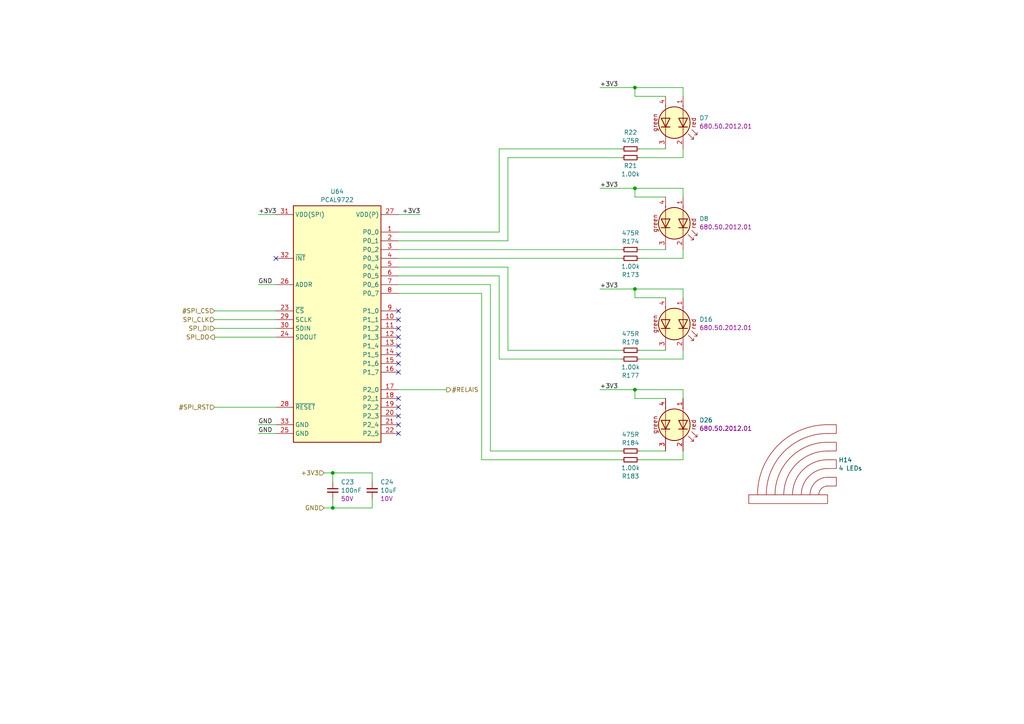
<source format=kicad_sch>
(kicad_sch (version 20231120) (generator "eeschema") (generator_version "8.0")
  (paper "A4")
  (title_block (title "CQ2") (date "2024-08-03") (rev "0") (comment 1 "SPI based GPIO Extension") (comment 2 "Manfred Schmitz") (comment 3 "tbd") (comment 4 "2024-07-03") (comment 5 "tbd") (comment 6 "A"))
  (lib_symbols
    (symbol "ci4rail-database:capacitors/86" (pin_numbers hide) (pin_names (offset 0.254) hide)
      (property "Reference" "C" (at 0.254 1.778 0))
      (property "Value" "100nF" (at 0.254 -2.032 0))
      (property "Value2" "50V" (at 0 0 0))
      (symbol "capacitors/86_0_1"
        (polyline (pts (xy -1.524 -0.508) (xy 1.524 -0.508)) (stroke (width 0.3302)))
        (polyline (pts (xy -1.524 0.508) (xy 1.524 0.508)) (stroke (width 0.3048)))
      )
      (symbol "capacitors/86_1_1"
        (pin passive line (at 0 2.54 270) (length 2.032) (name "~") (number "1"))
        (pin passive line (at 0 -2.54 90) (length 2.032) (name "~") (number "2"))
      )
    )
    (symbol "ci4rail-database:capacitors/93" (pin_numbers hide) (pin_names (offset 0.254) hide)
      (property "Reference" "C" (at 0.254 1.778 0))
      (property "Value" "10uF" (at 0.254 -2.032 0))
      (property "Value2" "10V" (at 0 0 0))
      (symbol "capacitors/93_0_1"
        (polyline (pts (xy -1.524 -0.508) (xy 1.524 -0.508)) (stroke (width 0.3302)))
        (polyline (pts (xy -1.524 0.508) (xy 1.524 0.508)) (stroke (width 0.3048)))
      )
      (symbol "capacitors/93_1_1"
        (pin passive line (at 0 2.54 270) (length 2.032) (name "~") (number "1"))
        (pin passive line (at 0 -2.54 90) (length 2.032) (name "~") (number "2"))
      )
    )
    (symbol "ci4rail-database:integrated/132"
      (property "Reference" "U9" (at 0 38.4345 0))
      (property "Value" "PCAL9722" (at 0 36.0102 0))
      (symbol "integrated/132_1_1"
        (rectangle (start -12.7 34.29) (end 12.7 -34.29) (stroke (width 0.254)) (fill (type background)))
        (pin passive line (at 17.78 26.67 180) (length 5.08) (name "P0_0") (number "1"))
        (pin passive line (at 17.78 1.27 180) (length 5.08) (name "P1_1") (number "10"))
        (pin passive line (at 17.78 -1.27 180) (length 5.08) (name "P1_2") (number "11"))
        (pin passive line (at 17.78 -3.81 180) (length 5.08) (name "P1_3") (number "12"))
        (pin passive line (at 17.78 -6.35 180) (length 5.08) (name "P1_4") (number "13"))
        (pin passive line (at 17.78 -8.89 180) (length 5.08) (name "P1_5") (number "14"))
        (pin passive line (at 17.78 -11.43 180) (length 5.08) (name "P1_6") (number "15"))
        (pin passive line (at 17.78 -13.97 180) (length 5.08) (name "P1_7") (number "16"))
        (pin passive line (at 17.78 -19.05 180) (length 5.08) (name "P2_0") (number "17"))
        (pin passive line (at 17.78 -21.59 180) (length 5.08) (name "P2_1") (number "18"))
        (pin passive line (at 17.78 -24.13 180) (length 5.08) (name "P2_2") (number "19"))
        (pin passive line (at 17.78 24.13 180) (length 5.08) (name "P0_1") (number "2"))
        (pin passive line (at 17.78 -26.67 180) (length 5.08) (name "P2_3") (number "20"))
        (pin passive line (at 17.78 -29.21 180) (length 5.08) (name "P2_4") (number "21"))
        (pin passive line (at 17.78 -31.75 180) (length 5.08) (name "P2_5") (number "22"))
        (pin passive line (at -17.78 3.81 0) (length 5.08) (name "~{CS}") (number "23"))
        (pin passive line (at -17.78 -3.81 0) (length 5.08) (name "SDOUT") (number "24"))
        (pin passive line (at -17.78 -31.75 0) (length 5.08) (name "GND") (number "25"))
        (pin passive line (at -17.78 11.43 0) (length 5.08) (name "ADDR") (number "26"))
        (pin passive line (at 17.78 31.75 180) (length 5.08) (name "VDD(P)") (number "27"))
        (pin passive line (at -17.78 -24.13 0) (length 5.08) (name "~{RESET}") (number "28"))
        (pin passive line (at -17.78 1.27 0) (length 5.08) (name "SCLK") (number "29"))
        (pin passive line (at 17.78 21.59 180) (length 5.08) (name "P0_2") (number "3"))
        (pin passive line (at -17.78 -1.27 0) (length 5.08) (name "SDIN") (number "30"))
        (pin passive line (at -17.78 31.75 0) (length 5.08) (name "VDD(SPI)") (number "31"))
        (pin passive line (at -17.78 19.05 0) (length 5.08) (name "~{INT}") (number "32"))
        (pin passive line (at -17.78 -29.21 0) (length 5.08) (name "GND") (number "33"))
        (pin passive line (at 17.78 19.05 180) (length 5.08) (name "P0_3") (number "4"))
        (pin passive line (at 17.78 16.51 180) (length 5.08) (name "P0_4") (number "5"))
        (pin passive line (at 17.78 13.97 180) (length 5.08) (name "P0_5") (number "6"))
        (pin passive line (at 17.78 11.43 180) (length 5.08) (name "P0_6") (number "7"))
        (pin passive line (at 17.78 8.89 180) (length 5.08) (name "P0_7") (number "8"))
        (pin passive line (at 17.78 3.81 180) (length 5.08) (name "P1_0") (number "9"))
      )
    )
    (symbol "ci4rail-database:opto/16" (pin_names (offset 0) hide)
      (property "Reference" "D9" (at 0.254 12.192 90))
      (property "Value" "red/green" (at 1.0851 -7.2447 90))
      (symbol "opto/16_0_1"
        (polyline (pts (xy -5.08 -2.54) (xy 2.032 -2.54)))
        (polyline (pts (xy -5.08 2.54) (xy 2.032 2.54)))
        (polyline (pts (xy 1.27 -1.27) (xy 1.27 -3.81)) (stroke (width 0.254)))
        (polyline (pts (xy 1.27 3.81) (xy 1.27 1.27)) (stroke (width 0.254)))
        (polyline (pts (xy 3.81 -2.54) (xy 1.905 -2.54)))
        (polyline (pts (xy 3.81 2.54) (xy 1.905 2.54)))
        (polyline (pts (xy -1.27 -1.27) (xy -1.27 -3.81) (xy 1.27 -2.54) (xy -1.27 -1.27)) (stroke (width 0.254)))
        (polyline (pts (xy -1.27 3.81) (xy -1.27 1.27) (xy 1.27 2.54) (xy -1.27 3.81)) (stroke (width 0.254)))
        (polyline (pts (xy 2.032 5.08) (xy 3.556 6.604) (xy 2.794 6.604) (xy 3.556 6.604) (xy 3.556 5.842)))
        (polyline (pts (xy 3.302 4.064) (xy 4.826 5.588) (xy 4.064 5.588) (xy 4.826 5.588) (xy 4.826 4.826)))
        (circle (center 0 0) (radius 4.572) (stroke (width 0.254)) (fill (type background)))
      )
      (symbol "opto/16_1_1"
        (text "green" (at 0 -5.588 0) (effects (font (size 1.27 1.27))))
        (text "red" (at 0 5.588 0) (effects (font (size 1.27 1.27))))
        (pin input line (at -7.62 2.54 0) (length 3.048) (name "A1") (number "1"))
        (pin input line (at 7.62 2.54 180) (length 3.81) (name "K1") (number "2"))
        (pin input line (at 7.62 -2.54 180) (length 3.81) (name "K2") (number "3"))
        (pin input line (at -7.62 -2.54 0) (length 3.048) (name "A2") (number "4"))
      )
    )
    (symbol "ci4rail-database:resistors/142" (pin_numbers hide) (pin_names (offset 0))
      (property "Reference" "R" (at 2.032 0 90))
      (property "Value" "475R" (at 0 0 90))
      (symbol "resistors/142_0_1"
        (rectangle (start -0.635 1.905) (end 0.635 -1.905) (stroke (width 0.254)))
      )
      (symbol "resistors/142_1_1"
        (pin passive line (at 0 2.54 270) (length 0.635) (name "~") (number "1"))
        (pin passive line (at 0 -2.54 90) (length 0.635) (name "~") (number "2"))
      )
    )
    (symbol "ci4rail-database:resistors/150" (pin_numbers hide) (pin_names (offset 0))
      (property "Reference" "R" (at 2.032 0 90))
      (property "Value" "1.00k" (at 0 0 90))
      (symbol "resistors/150_0_1"
        (rectangle (start -0.635 1.905) (end 0.635 -1.905) (stroke (width 0.254)))
      )
      (symbol "resistors/150_1_1"
        (pin passive line (at 0 2.54 270) (length 0.635) (name "~") (number "1"))
        (pin passive line (at 0 -2.54 90) (length 0.635) (name "~") (number "2"))
      )
    )
    (symbol "ci4rail-database:various/14"
      (property "Reference" "H" (at 0 19.304 0))
      (property "Value" "4 LEDs" (at 2.54 0 0))
      (symbol "various/14_0_1"
        (rectangle (start -12.7 0) (end 10.16 -2.54))
        (polyline (pts (xy 10.16 5.08) (xy 12.7 5.08) (xy 12.7 2.54) (xy 10.16 2.54)))
        (polyline (pts (xy 10.16 10.16) (xy 12.7 10.16) (xy 12.7 7.62) (xy 10.16 7.62)))
        (polyline (pts (xy 10.16 15.24) (xy 12.7 15.24) (xy 12.7 12.7) (xy 10.16 12.7)))
        (polyline (pts (xy 10.16 20.32) (xy 12.7 20.32) (xy 12.7 17.78) (xy 10.16 17.78)))
        (arc (start 10.16 2.54) (mid 8.3639 1.7961) (end 7.62 0))
        (arc (start 10.16 5.08) (mid 6.5679 3.5921) (end 5.08 0))
        (arc (start 10.16 7.62) (mid 4.7718 5.3882) (end 2.54 0))
        (arc (start 10.16 10.16) (mid 2.9758 7.1842) (end 0 0))
        (arc (start 10.16 12.7) (mid 1.1797 8.9803) (end -2.54 0))
        (arc (start 10.16 15.24) (mid -0.6163 10.7763) (end -5.08 0))
        (arc (start 10.16 17.78) (mid -2.4124 12.5724) (end -7.62 0))
        (arc (start 10.16 20.32) (mid -4.2084 14.3684) (end -10.16 0))
      )
    )
  )
  (junction (at 184.15 25.4))
  (junction (at 184.15 83.82))
  (junction (at 96.52 147.32))
  (junction (at 184.15 54.61))
  (junction (at 184.15 113.03))
  (junction (at 96.52 137.16))
  (no_connect (at 115.57 95.25))
  (no_connect (at 115.57 120.65))
  (no_connect (at 115.57 125.73))
  (no_connect (at 115.57 90.17))
  (no_connect (at 115.57 97.79))
  (no_connect (at 115.57 123.19))
  (no_connect (at 115.57 100.33))
  (no_connect (at 80.01 74.93))
  (no_connect (at 115.57 115.57))
  (no_connect (at 115.57 92.71))
  (no_connect (at 115.57 118.11))
  (no_connect (at 115.57 107.95))
  (no_connect (at 115.57 102.87))
  (no_connect (at 115.57 105.41))
  (wire (pts (xy 185.42 43.18) (xy 193.04 43.18)))
  (wire (pts (xy 96.52 144.78) (xy 96.52 147.32)))
  (wire (pts (xy 80.01 62.23) (xy 74.93 62.23)))
  (wire (pts (xy 184.15 113.03) (xy 198.12 113.03)))
  (wire (pts (xy 115.57 62.23) (xy 121.92 62.23)))
  (wire (pts (xy 184.15 54.61) (xy 184.15 57.15)))
  (wire (pts (xy 144.78 67.31) (xy 144.78 43.18)))
  (wire (pts (xy 184.15 86.36) (xy 193.04 86.36)))
  (wire (pts (xy 173.99 113.03) (xy 184.15 113.03)))
  (wire (pts (xy 144.78 104.14) (xy 180.34 104.14)))
  (wire (pts (xy 80.01 123.19) (xy 74.93 123.19)))
  (wire (pts (xy 62.23 92.71) (xy 80.01 92.71)))
  (wire (pts (xy 115.57 72.39) (xy 180.34 72.39)))
  (wire (pts (xy 142.24 82.55) (xy 115.57 82.55)))
  (wire (pts (xy 147.32 101.6) (xy 147.32 77.47)))
  (wire (pts (xy 185.42 101.6) (xy 193.04 101.6)))
  (wire (pts (xy 185.42 104.14) (xy 198.12 104.14)))
  (wire (pts (xy 142.24 130.81) (xy 180.34 130.81)))
  (wire (pts (xy 185.42 45.72) (xy 198.12 45.72)))
  (wire (pts (xy 185.42 72.39) (xy 193.04 72.39)))
  (wire (pts (xy 62.23 90.17) (xy 80.01 90.17)))
  (wire (pts (xy 144.78 80.01) (xy 144.78 104.14)))
  (wire (pts (xy 139.7 133.35) (xy 180.34 133.35)))
  (wire (pts (xy 62.23 95.25) (xy 80.01 95.25)))
  (wire (pts (xy 139.7 85.09) (xy 139.7 133.35)))
  (wire (pts (xy 147.32 45.72) (xy 147.32 69.85)))
  (wire (pts (xy 184.15 113.03) (xy 184.15 115.57)))
  (wire (pts (xy 80.01 125.73) (xy 74.93 125.73)))
  (wire (pts (xy 96.52 137.16) (xy 107.95 137.16)))
  (wire (pts (xy 184.15 25.4) (xy 184.15 27.94)))
  (wire (pts (xy 198.12 45.72) (xy 198.12 43.18)))
  (wire (pts (xy 147.32 45.72) (xy 180.34 45.72)))
  (wire (pts (xy 184.15 54.61) (xy 198.12 54.61)))
  (wire (pts (xy 184.15 57.15) (xy 193.04 57.15)))
  (wire (pts (xy 142.24 130.81) (xy 142.24 82.55)))
  (wire (pts (xy 107.95 144.78) (xy 107.95 147.32)))
  (wire (pts (xy 115.57 69.85) (xy 147.32 69.85)))
  (wire (pts (xy 115.57 67.31) (xy 144.78 67.31)))
  (wire (pts (xy 96.52 137.16) (xy 96.52 139.7)))
  (wire (pts (xy 115.57 85.09) (xy 139.7 85.09)))
  (wire (pts (xy 173.99 25.4) (xy 184.15 25.4)))
  (wire (pts (xy 147.32 77.47) (xy 115.57 77.47)))
  (wire (pts (xy 185.42 74.93) (xy 198.12 74.93)))
  (wire (pts (xy 93.98 147.32) (xy 96.52 147.32)))
  (wire (pts (xy 115.57 113.03) (xy 129.54 113.03)))
  (wire (pts (xy 144.78 43.18) (xy 180.34 43.18)))
  (wire (pts (xy 198.12 83.82) (xy 198.12 86.36)))
  (wire (pts (xy 96.52 147.32) (xy 107.95 147.32)))
  (wire (pts (xy 62.23 118.11) (xy 80.01 118.11)))
  (wire (pts (xy 184.15 27.94) (xy 193.04 27.94)))
  (wire (pts (xy 107.95 137.16) (xy 107.95 139.7)))
  (wire (pts (xy 184.15 83.82) (xy 184.15 86.36)))
  (wire (pts (xy 184.15 115.57) (xy 193.04 115.57)))
  (wire (pts (xy 62.23 97.79) (xy 80.01 97.79)))
  (wire (pts (xy 185.42 130.81) (xy 193.04 130.81)))
  (wire (pts (xy 198.12 113.03) (xy 198.12 115.57)))
  (wire (pts (xy 147.32 101.6) (xy 180.34 101.6)))
  (wire (pts (xy 184.15 25.4) (xy 198.12 25.4)))
  (wire (pts (xy 198.12 25.4) (xy 198.12 27.94)))
  (wire (pts (xy 173.99 83.82) (xy 184.15 83.82)))
  (wire (pts (xy 115.57 80.01) (xy 144.78 80.01)))
  (wire (pts (xy 185.42 133.35) (xy 198.12 133.35)))
  (wire (pts (xy 93.98 137.16) (xy 96.52 137.16)))
  (wire (pts (xy 198.12 104.14) (xy 198.12 101.6)))
  (wire (pts (xy 80.01 82.55) (xy 74.93 82.55)))
  (wire (pts (xy 198.12 54.61) (xy 198.12 57.15)))
  (wire (pts (xy 198.12 133.35) (xy 198.12 130.81)))
  (wire (pts (xy 198.12 74.93) (xy 198.12 72.39)))
  (wire (pts (xy 115.57 74.93) (xy 180.34 74.93)))
  (wire (pts (xy 173.99 54.61) (xy 184.15 54.61)))
  (wire (pts (xy 184.15 83.82) (xy 198.12 83.82)))
  (label "GND" (at 74.93 125.73 0))
  (label "+3V3" (at 173.99 113.03 0))
  (label "+3V3" (at 173.99 54.61 0))
  (label "GND" (at 74.93 82.55 0))
  (label "+3V3" (at 173.99 83.82 0))
  (label "+3V3" (at 173.99 25.4 0))
  (label "GND" (at 74.93 123.19 0))
  (label "+3V3" (at 121.92 62.23 180))
  (label "+3V3" (at 74.93 62.23 0))
  (hierarchical_label "#SPI_RST" (shape input) (at 62.23 118.11 180))
  (hierarchical_label "SPI_DI" (shape input) (at 62.23 95.25 180))
  (hierarchical_label "#RELAIS" (shape output) (at 129.54 113.03 0))
  (hierarchical_label "#SPI_CS" (shape input) (at 62.23 90.17 180))
  (hierarchical_label "+3V3" (shape input) (at 93.98 137.16 180))
  (hierarchical_label "SPI_CLK" (shape input) (at 62.23 92.71 180))
  (hierarchical_label "SPI_DO" (shape output) (at 62.23 97.79 180))
  (hierarchical_label "GND" (shape input) (at 93.98 147.32 180))
  (symbol (lib_id "ci4rail-database:resistors/142") (at 182.88 72.39 270) (mirror x) (unit 1)
    (property "Reference" "R174" (at 182.88 70.0349 90))
    (property "Value" "475R" (at 182.88 67.6106 90))
    (property "Footprint" "0-standard:0402-resistor" (effects (hide yes)))
    (property "Description" "Thick film resistor" (effects (hide yes)))
    (property "Value1" "+/-1%" (effects (hide yes)))
    (property "Value2" "100 ppm" (effects (hide yes)))
    (property "Value3" "62.5 mW" (effects (hide yes)))
    (property "Value4" "50 V" (effects (hide yes)))
    (property "MPN" "n/a" (effects (hide yes)))
    (property "LTB" "9999" (effects (hide yes)))
    (property "ERP1" "M110-00126-00" (effects (hide yes)))
    (property "ERP2" "101.403.1475" (effects (hide yes)))
    (property "Lifecycle" "released" (effects (hide yes)))
    (property "Cost" "0.01" (effects (hide yes)))
    (property "Outline" "SMT 0402" (effects (hide yes)))
    (instances (project "cq2" (path "" (reference "R174") (unit 1)) (path "" (reference "R176") (unit 1))))
  )
  (symbol (lib_id "ci4rail-database:integrated/132") (at 97.79 93.98 0) (unit 1)
    (property "Reference" "U64" (at 97.79 55.5455 0))
    (property "Value" "PCAL9722" (at 97.79 57.9698 0))
    (property "Footprint" "1-special:integrated-132" (effects (hide yes)))
    (property "Datasheet" "${KICAD_CI4RAIL_DATASHEET_DIR}/integrated-132" (effects (hide yes)))
    (property "Description" "Interface SPI GPIO 22 Ios" (effects (hide yes)))
    (property "Value1" "22 I/O" (effects (hide yes)))
    (property "Value2" "5 MHz" (effects (hide yes)))
    (property "Value3" "1.1 to 5.5 V" (effects (hide yes)))
    (property "MPN" "NXP PCAL9722HNMP" (effects (hide yes)))
    (property "LTB" "2034" (effects (hide yes)))
    (property "ERP1" "integrated-132" (effects (hide yes)))
    (property "ERP2" "670.31.2317.01" (effects (hide yes)))
    (property "Cost" "1.16" (effects (hide yes)))
    (property "Lifecycle" "ERP1 pending SO1" (effects (hide yes)))
    (property "Outline" "SMT HVQFN32 5x5x0.85" (effects (hide yes)))
    (instances (project "cq2" (path "" (reference "U64") (unit 1)) (path "" (reference "U65") (unit 1))))
  )
  (symbol (lib_id "ci4rail-database:opto/16") (at 195.58 93.98 270) (unit 1)
    (property "Reference" "D16" (at 202.8246 92.6408 90) (effects (justify left)))
    (property "Value" "red/green" (effects (hide yes)))
    (property "Footprint" "1-special:opto-16" (effects (hide yes)))
    (property "Datasheet" "${KICAD_CI4RAIL_DATASHEET_DIR}/opto-16" (effects (hide yes)))
    (property "Description" "LED RG" (effects (hide yes)))
    (property "Value1" "straight" (effects (hide yes)))
    (property "Value2" "630/570 nm" (effects (hide yes)))
    (property "Value3" "water clear" (effects (hide yes)))
    (property "Value4" "250/50 mcd @ 20mA" (effects (hide yes)))
    (property "MPN" "Kingbright APHBM2012SURKCGKC" (effects (hide yes)))
    (property "LTB" "2034" (effects (hide yes)))
    (property "ERP1" "opto-16" (effects (hide yes)))
    (property "ERP2" "680.50.2012.01" (at 202.8246 95.0651 90) (effects (justify left)))
    (property "Cost" "0.14" (effects (hide yes)))
    (property "Lifecycle" "ERP1 pending SO1" (effects (hide yes)))
    (property "Outline" "SMT 0805" (effects (hide yes)))
    (instances (project "cq2" (path "" (reference "D16") (unit 1)) (path "" (reference "D20") (unit 1))))
  )
  (symbol (lib_id "ci4rail-database:resistors/142") (at 182.88 101.6 270) (mirror x) (unit 1)
    (property "Reference" "R178" (at 182.88 99.2449 90))
    (property "Value" "475R" (at 182.88 96.8206 90))
    (property "Footprint" "0-standard:0402-resistor" (effects (hide yes)))
    (property "Description" "Thick film resistor" (effects (hide yes)))
    (property "Value1" "+/-1%" (effects (hide yes)))
    (property "Value2" "100 ppm" (effects (hide yes)))
    (property "Value3" "62.5 mW" (effects (hide yes)))
    (property "Value4" "50 V" (effects (hide yes)))
    (property "MPN" "n/a" (effects (hide yes)))
    (property "LTB" "9999" (effects (hide yes)))
    (property "ERP1" "M110-00126-00" (effects (hide yes)))
    (property "ERP2" "101.403.1475" (effects (hide yes)))
    (property "Lifecycle" "released" (effects (hide yes)))
    (property "Cost" "0.01" (effects (hide yes)))
    (property "Outline" "SMT 0402" (effects (hide yes)))
    (instances (project "cq2" (path "" (reference "R178") (unit 1)) (path "" (reference "R182") (unit 1))))
  )
  (symbol (lib_id "ci4rail-database:opto/16") (at 195.58 35.56 270) (unit 1)
    (property "Reference" "D7" (at 202.8246 34.2208 90) (effects (justify left)))
    (property "Value" "red/green" (effects (hide yes)))
    (property "Footprint" "1-special:opto-16" (effects (hide yes)))
    (property "Datasheet" "${KICAD_CI4RAIL_DATASHEET_DIR}/opto-16" (effects (hide yes)))
    (property "Description" "LED RG" (effects (hide yes)))
    (property "Value1" "straight" (effects (hide yes)))
    (property "Value2" "630/570 nm" (effects (hide yes)))
    (property "Value3" "water clear" (effects (hide yes)))
    (property "Value4" "250/50 mcd @ 20mA" (effects (hide yes)))
    (property "MPN" "Kingbright APHBM2012SURKCGKC" (effects (hide yes)))
    (property "LTB" "2034" (effects (hide yes)))
    (property "ERP1" "opto-16" (effects (hide yes)))
    (property "ERP2" "680.50.2012.01" (at 202.8246 36.6451 90) (effects (justify left)))
    (property "Cost" "0.14" (effects (hide yes)))
    (property "Lifecycle" "ERP1 pending SO1" (effects (hide yes)))
    (property "Outline" "SMT 0805" (effects (hide yes)))
    (instances (project "cq2" (path "" (reference "D7") (unit 1)) (path "" (reference "D19") (unit 1))))
  )
  (symbol (lib_id "ci4rail-database:resistors/142") (at 182.88 130.81 270) (mirror x) (unit 1)
    (property "Reference" "R184" (at 182.88 128.4549 90))
    (property "Value" "475R" (at 182.88 126.0306 90))
    (property "Footprint" "0-standard:0402-resistor" (effects (hide yes)))
    (property "Description" "Thick film resistor" (effects (hide yes)))
    (property "Value1" "+/-1%" (effects (hide yes)))
    (property "Value2" "100 ppm" (effects (hide yes)))
    (property "Value3" "62.5 mW" (effects (hide yes)))
    (property "Value4" "50 V" (effects (hide yes)))
    (property "MPN" "n/a" (effects (hide yes)))
    (property "LTB" "9999" (effects (hide yes)))
    (property "ERP1" "M110-00126-00" (effects (hide yes)))
    (property "ERP2" "101.403.1475" (effects (hide yes)))
    (property "Lifecycle" "released" (effects (hide yes)))
    (property "Cost" "0.01" (effects (hide yes)))
    (property "Outline" "SMT 0402" (effects (hide yes)))
    (instances (project "cq2" (path "" (reference "R184") (unit 1)) (path "" (reference "R186") (unit 1))))
  )
  (symbol (lib_id "ci4rail-database:resistors/142") (at 182.88 43.18 270) (mirror x) (unit 1)
    (property "Reference" "R22" (at 182.88 38.4005 90))
    (property "Value" "475R" (at 182.88 40.8248 90))
    (property "Footprint" "0-standard:0402-resistor" (effects (hide yes)))
    (property "Description" "Thick film resistor" (effects (hide yes)))
    (property "Value1" "+/-1%" (effects (hide yes)))
    (property "Value2" "100 ppm" (effects (hide yes)))
    (property "Value3" "62.5 mW" (effects (hide yes)))
    (property "Value4" "50 V" (effects (hide yes)))
    (property "MPN" "n/a" (effects (hide yes)))
    (property "LTB" "9999" (effects (hide yes)))
    (property "ERP1" "M110-00126-00" (effects (hide yes)))
    (property "ERP2" "101.403.1475" (effects (hide yes)))
    (property "Lifecycle" "released" (effects (hide yes)))
    (property "Cost" "0.01" (effects (hide yes)))
    (property "Outline" "SMT 0402" (effects (hide yes)))
    (instances (project "cq2" (path "" (reference "R22") (unit 1)) (path "" (reference "R180") (unit 1))))
  )
  (symbol (lib_id "ci4rail-database:opto/16") (at 195.58 64.77 270) (unit 1)
    (property "Reference" "D8" (at 202.8246 63.4308 90) (effects (justify left)))
    (property "Value" "red/green" (effects (hide yes)))
    (property "Footprint" "1-special:opto-16" (effects (hide yes)))
    (property "Datasheet" "${KICAD_CI4RAIL_DATASHEET_DIR}/opto-16" (effects (hide yes)))
    (property "Description" "LED RG" (effects (hide yes)))
    (property "Value1" "straight" (effects (hide yes)))
    (property "Value2" "630/570 nm" (effects (hide yes)))
    (property "Value3" "water clear" (effects (hide yes)))
    (property "Value4" "250/50 mcd @ 20mA" (effects (hide yes)))
    (property "MPN" "Kingbright APHBM2012SURKCGKC" (effects (hide yes)))
    (property "LTB" "2034" (effects (hide yes)))
    (property "ERP1" "opto-16" (effects (hide yes)))
    (property "ERP2" "680.50.2012.01" (at 202.8246 65.8551 90) (effects (justify left)))
    (property "Cost" "0.14" (effects (hide yes)))
    (property "Lifecycle" "ERP1 pending SO1" (effects (hide yes)))
    (property "Outline" "SMT 0805" (effects (hide yes)))
    (instances (project "cq2" (path "" (reference "D8") (unit 1)) (path "" (reference "D15") (unit 1))))
  )
  (symbol (lib_id "ci4rail-database:resistors/150") (at 182.88 74.93 90) (mirror x) (unit 1)
    (property "Reference" "R173" (at 182.88 79.7095 90))
    (property "Value" "1.00k" (at 182.88 77.2852 90))
    (property "Footprint" "0-standard:0402-resistor" (effects (hide yes)))
    (property "Description" "Thick film resistor" (effects (hide yes)))
    (property "Value1" "+/-1%" (effects (hide yes)))
    (property "Value2" "100 ppm" (effects (hide yes)))
    (property "Value3" "62.5 mW" (effects (hide yes)))
    (property "Value4" "50 V" (effects (hide yes)))
    (property "MPN" "n/a" (effects (hide yes)))
    (property "LTB" "9999" (effects (hide yes)))
    (property "ERP1" "M110-00134-00" (effects (hide yes)))
    (property "ERP2" "101.403.2100" (effects (hide yes)))
    (property "Lifecycle" "released" (effects (hide yes)))
    (property "Cost" "0.01" (effects (hide yes)))
    (property "Outline" "SMT 0402" (effects (hide yes)))
    (instances (project "cq2" (path "" (reference "R173") (unit 1)) (path "" (reference "R175") (unit 1))))
  )
  (symbol (lib_id "ci4rail-database:various/14") (at 229.87 143.51 0) (unit 1)
    (property "Reference" "H14" (at 243.205 133.4078 0) (effects (justify left)))
    (property "Value" "4 LEDs" (at 243.205 135.8321 0) (effects (justify left)))
    (property "Footprint" "1-special:various-14" (effects (hide yes)))
    (property "Datasheet" "${KICAD_CI4RAIL_DATASHEET_DIR}/various-14" (effects (hide yes)))
    (property "Description" "Light Guide PCB" (effects (hide yes)))
    (property "Value1" "horizontal" (effects (hide yes)))
    (property "MPN" "Mentor 1296.1004" (effects (hide yes)))
    (property "LTB" "2034" (effects (hide yes)))
    (property "ERP1" "various-14" (effects (hide yes)))
    (property "ERP2" "680.50.1296.01" (effects (hide yes)))
    (property "Cost" "0.95" (effects (hide yes)))
    (property "Lifecycle" "released" (effects (hide yes)))
    (property "Outline" "MMT 15.7x11.3X4.9" (effects (hide yes)))
    (instances (project "" (path "" (reference "H14") (unit 1)) (path "" (reference "H15") (unit 1))))
  )
  (symbol (lib_id "ci4rail-database:resistors/150") (at 182.88 133.35 90) (mirror x) (unit 1)
    (property "Reference" "R183" (at 182.88 138.1295 90))
    (property "Value" "1.00k" (at 182.88 135.7052 90))
    (property "Footprint" "0-standard:0402-resistor" (effects (hide yes)))
    (property "Description" "Thick film resistor" (effects (hide yes)))
    (property "Value1" "+/-1%" (effects (hide yes)))
    (property "Value2" "100 ppm" (effects (hide yes)))
    (property "Value3" "62.5 mW" (effects (hide yes)))
    (property "Value4" "50 V" (effects (hide yes)))
    (property "MPN" "n/a" (effects (hide yes)))
    (property "LTB" "9999" (effects (hide yes)))
    (property "ERP1" "M110-00134-00" (effects (hide yes)))
    (property "ERP2" "101.403.2100" (effects (hide yes)))
    (property "Lifecycle" "released" (effects (hide yes)))
    (property "Cost" "0.01" (effects (hide yes)))
    (property "Outline" "SMT 0402" (effects (hide yes)))
    (instances (project "cq2" (path "" (reference "R183") (unit 1)) (path "" (reference "R185") (unit 1))))
  )
  (symbol (lib_id "ci4rail-database:capacitors/86") (at 96.52 142.24 0) (unit 1)
    (property "Reference" "C23" (at 98.8441 139.822 0) (effects (justify left)))
    (property "Value" "100nF" (at 98.8441 142.2463 0) (effects (justify left)))
    (property "Footprint" "0-standard:0402-capacitor" (effects (hide yes)))
    (property "Description" "Multilayer Ceramic Capacitors" (effects (hide yes)))
    (property "Value1" "+/-10 %" (effects (hide yes)))
    (property "Value2" "50V" (at 98.8441 144.6706 0) (effects (justify left)))
    (property "Value3" "X5R/X7R" (effects (hide yes)))
    (property "MPN" "n/a" (effects (hide yes)))
    (property "LTB" "9999" (effects (hide yes)))
    (property "ERP1" "M120-00060-00" (effects (hide yes)))
    (property "ERP2" "110.42.410.050.0" (effects (hide yes)))
    (property "Cost" "0.02" (effects (hide yes)))
    (property "Lifecycle" "released" (effects (hide yes)))
    (property "Outline" "SMT 0402" (effects (hide yes)))
    (instances (project "cq2" (path "" (reference "C23") (unit 1)) (path "" (reference "C39") (unit 1))))
  )
  (symbol (lib_id "ci4rail-database:capacitors/93") (at 107.95 142.24 180) (unit 1)
    (property "Reference" "C24" (at 110.2741 139.8093 0) (effects (justify right)))
    (property "Value" "10uF" (at 110.2741 142.2336 0) (effects (justify right)))
    (property "Footprint" "0-standard:0402-capacitor" (effects (hide yes)))
    (property "Description" "Multilayer Ceramic Capacitors" (effects (hide yes)))
    (property "Value1" "+/-20 %" (effects (hide yes)))
    (property "Value2" "10V" (at 110.2741 144.6579 0) (effects (justify right)))
    (property "Value3" "X5R" (effects (hide yes)))
    (property "MPN" "n/a" (effects (hide yes)))
    (property "LTB" "9999" (effects (hide yes)))
    (property "ERP1" "M120-00067-00" (effects (hide yes)))
    (property "ERP2" "110.42.610.010.0" (effects (hide yes)))
    (property "Cost" "0.1" (effects (hide yes)))
    (property "Lifecycle" "released" (effects (hide yes)))
    (property "Outline" "SMT 0402" (effects (hide yes)))
    (instances (project "cq2" (path "" (reference "C24") (unit 1)) (path "" (reference "C40") (unit 1))))
  )
  (symbol (lib_id "ci4rail-database:opto/16") (at 195.58 123.19 270) (unit 1)
    (property "Reference" "D26" (at 202.8246 121.8508 90) (effects (justify left)))
    (property "Value" "red/green" (effects (hide yes)))
    (property "Footprint" "1-special:opto-16" (effects (hide yes)))
    (property "Datasheet" "${KICAD_CI4RAIL_DATASHEET_DIR}/opto-16" (effects (hide yes)))
    (property "Description" "LED RG" (effects (hide yes)))
    (property "Value1" "straight" (effects (hide yes)))
    (property "Value2" "630/570 nm" (effects (hide yes)))
    (property "Value3" "water clear" (effects (hide yes)))
    (property "Value4" "250/50 mcd @ 20mA" (effects (hide yes)))
    (property "MPN" "Kingbright APHBM2012SURKCGKC" (effects (hide yes)))
    (property "LTB" "2034" (effects (hide yes)))
    (property "ERP1" "opto-16" (effects (hide yes)))
    (property "ERP2" "680.50.2012.01" (at 202.8246 124.2751 90) (effects (justify left)))
    (property "Cost" "0.14" (effects (hide yes)))
    (property "Lifecycle" "ERP1 pending SO1" (effects (hide yes)))
    (property "Outline" "SMT 0805" (effects (hide yes)))
    (instances (project "cq2" (path "" (reference "D26") (unit 1)) (path "" (reference "D27") (unit 1))))
  )
  (symbol (lib_id "ci4rail-database:resistors/150") (at 182.88 104.14 90) (mirror x) (unit 1)
    (property "Reference" "R177" (at 182.88 108.9195 90))
    (property "Value" "1.00k" (at 182.88 106.4952 90))
    (property "Footprint" "0-standard:0402-resistor" (effects (hide yes)))
    (property "Description" "Thick film resistor" (effects (hide yes)))
    (property "Value1" "+/-1%" (effects (hide yes)))
    (property "Value2" "100 ppm" (effects (hide yes)))
    (property "Value3" "62.5 mW" (effects (hide yes)))
    (property "Value4" "50 V" (effects (hide yes)))
    (property "MPN" "n/a" (effects (hide yes)))
    (property "LTB" "9999" (effects (hide yes)))
    (property "ERP1" "M110-00134-00" (effects (hide yes)))
    (property "ERP2" "101.403.2100" (effects (hide yes)))
    (property "Lifecycle" "released" (effects (hide yes)))
    (property "Cost" "0.01" (effects (hide yes)))
    (property "Outline" "SMT 0402" (effects (hide yes)))
    (instances (project "cq2" (path "" (reference "R177") (unit 1)) (path "" (reference "R181") (unit 1))))
  )
  (symbol (lib_id "ci4rail-database:resistors/150") (at 182.88 45.72 90) (mirror x) (unit 1)
    (property "Reference" "R21" (at 182.88 48.0751 90))
    (property "Value" "1.00k" (at 182.88 50.4994 90))
    (property "Footprint" "0-standard:0402-resistor" (effects (hide yes)))
    (property "Description" "Thick film resistor" (effects (hide yes)))
    (property "Value1" "+/-1%" (effects (hide yes)))
    (property "Value2" "100 ppm" (effects (hide yes)))
    (property "Value3" "62.5 mW" (effects (hide yes)))
    (property "Value4" "50 V" (effects (hide yes)))
    (property "MPN" "n/a" (effects (hide yes)))
    (property "LTB" "9999" (effects (hide yes)))
    (property "ERP1" "M110-00134-00" (effects (hide yes)))
    (property "ERP2" "101.403.2100" (effects (hide yes)))
    (property "Lifecycle" "released" (effects (hide yes)))
    (property "Cost" "0.01" (effects (hide yes)))
    (property "Outline" "SMT 0402" (effects (hide yes)))
    (instances (project "cq2" (path "" (reference "R21") (unit 1)) (path "" (reference "R179") (unit 1))))
  )
)
</source>
